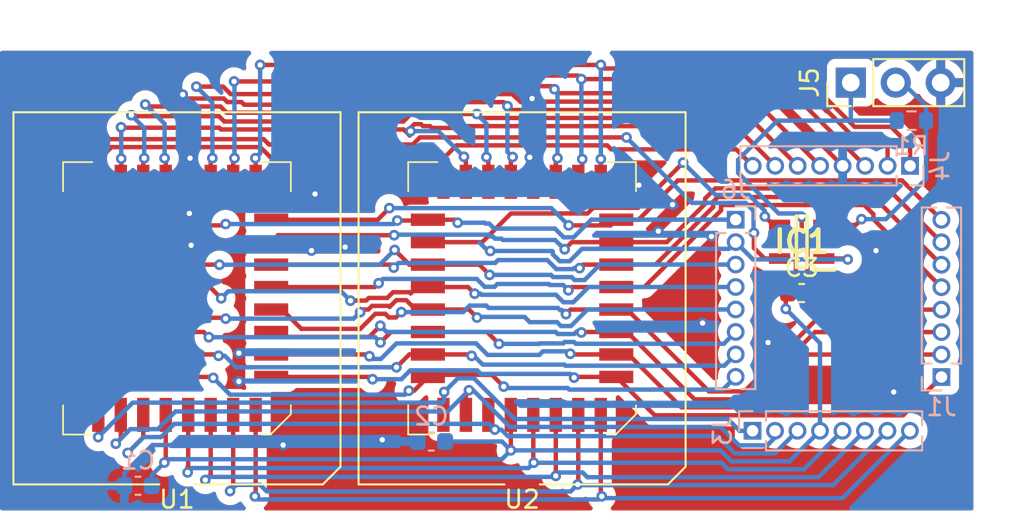
<source format=kicad_pcb>
(kicad_pcb (version 20240108) (generator "pcbnew") (generator_version "8.0")
  (layers (0 "F.Cu" signal) (31 "B.Cu" signal) (34 "B.Paste" user) (35 "F.Paste" user) (36 "B.SilkS" user "B.Silkscreen") (37 "F.SilkS" user "F.Silkscreen") (38 "B.Mask" user) (39 "F.Mask" user) (44 "Edge.Cuts" user))
  (net 0 "")
  (net 1 "/P8")
  (net 2 "/P5")
  (net 3 "/P7")
  (net 4 "/P12")
  (net 5 "/P10")
  (net 6 "/P13")
  (net 7 "/P9")
  (net 8 "/P11")
  (net 9 "/P6")
  (net 10 "/P25")
  (net 11 "/P26")
  (net 12 "/P23")
  (net 13 "/P28")
  (net 14 "/P27")
  (net 15 "/P30")
  (net 16 "/P21")
  (net 17 "/P24")
  (net 18 "/P31")
  (net 19 "/P2")
  (net 20 "/P3")
  (net 21 "/P4")
  (net 22 "/P1")
  (net 23 "/P15")
  (net 24 "/P20")
  (net 25 "/P18")
  (net 26 "/P19")
  (net 27 "/P17")
  (net 28 "/P14")
  (net 29 "GND")
  (net 30 "VCC")
  (net 31 "CE2")
  (net 32 "/CE_SELECT_CONN")
  (net 33 "CE1")
  (net 34 "/~{CE}")
  (net 35 "/P29")
  (footprint "footprints:PLCC-32_SMD-Socket" (layer "F.Cu") (at 99.5 84 180)
    (property "Reference" "U2")
    (property "Value" "Am29F040")
  )
  (footprint "Capacitor_SMD:C_0603_1608Metric" (layer "F.Cu") (at 115.3 83.7)
    (property "Reference" "C3")
    (property "Value" "100nF")
  )
  (footprint "Connector_PinHeader_2.54mm:PinHeader_1x03_P2.54mm_Vertical" (layer "F.Cu") (at 118.075 71.8 90)
    (property "Reference" "J5")
    (property "Value" "Conn_01x03")
  )
  (footprint "footprints:SOT95P280X145-6N" (layer "F.Cu") (at 115.3 80.8 180)
    (property "Reference" "IC1")
    (property "Value" "SN74LVC1G19DBVRE4" (hide yes))
  )
  (footprint "footprints:PLCC-32_SMD-Socket" (layer "F.Cu") (at 80 84 180)
    (property "Reference" "U1")
    (property "Value" "Am29F040")
  )
  (footprint "Connector_PinHeader_1.27mm:PinHeader_1x08_P1.27mm_Vertical" (layer "B.Cu") (at 123.196 88.45)
    (property "Reference" "J1")
    (property "Value" "Conn_01x08")
  )
  (footprint "Connector_PinHeader_1.27mm:PinHeader_1x08_P1.27mm_Vertical" (layer "B.Cu") (at 121.423 76.507001 90)
    (property "Reference" "J4")
    (property "Value" "Conn_01x08")
  )
  (footprint "Connector_PinHeader_1.27mm:PinHeader_1x08_P1.27mm_Vertical" (layer "B.Cu") (at 112.523 91.493001 -90)
    (property "Reference" "J3")
    (property "Value" "Conn_01x08")
  )
  (footprint "Capacitor_SMD:C_0603_1608Metric" (layer "B.Cu") (at 77.8 94.6 180)
    (property "Reference" "C1")
    (property "Value" "100nF")
  )
  (footprint "Resistor_SMD:R_0603_1608Metric" (layer "B.Cu") (at 121.5 73.95)
    (property "Reference" "R1")
    (property "Value" "10K")
  )
  (footprint "Capacitor_SMD:C_0603_1608Metric" (layer "B.Cu") (at 94.375 92.1 180)
    (property "Reference" "C2")
    (property "Value" "100nF")
  )
  (footprint "Connector_PinHeader_1.27mm:PinHeader_1x08_P1.27mm_Vertical" (layer "B.Cu") (at 111.57 79.55 180)
    (property "Reference" "J6")
    (property "Value" "Conn_01x08")
  )
  (segment (start 91.211943 84.875419) (end 91.771133 84.875419) (width 0.25) (layer "F.Cu") (net 1))
  (segment (start 87.025 85.725) (end 90.362362 85.725) (width 0.25) (layer "F.Cu") (net 1))
  (segment (start 112.062208 89.265) (end 110.065 89.265) (width 0.25) (layer "F.Cu") (net 1))
  (segment (start 102.240432 84.635) (end 101.980098 84.895334) (width 0.25) (layer "F.Cu") (net 1))
  (segment (start 91.771133 84.875419) (end 91.980089 85.084375) (width 0.25) (layer "F.Cu") (net 1))
  (segment (start 91.980089 85.084375) (end 92.369834 85.084375) (width 0.25) (layer "F.Cu") (net 1))
  (segment (start 85.3225 84.635) (end 85.935 84.635) (width 0.25) (layer "F.Cu") (net 1))
  (segment (start 85.935 84.635) (end 87.025 85.725) (width 0.25) (layer "F.Cu") (net 1))
  (segment (start 104.8225 84.635) (end 102.240432 84.635) (width 0.25) (layer "F.Cu") (net 1))
  (segment (start 90.362362 85.725) (end 91.211943 84.875419) (width 0.25) (layer "F.Cu") (net 1))
  (segment (start 123.196 84.64) (end 116.687208 84.64) (width 0.25) (layer "F.Cu") (net 1))
  (segment (start 92.369834 85.084375) (end 92.674209 84.78) (width 0.25) (layer "F.Cu") (net 1))
  (segment (start 105.435 84.635) (end 104.8225 84.635) (width 0.25) (layer "F.Cu") (net 1))
  (segment (start 116.687208 84.64) (end 112.062208 89.265) (width 0.25) (layer "F.Cu") (net 1))
  (segment (start 110.065 89.265) (end 105.435 84.635) (width 0.25) (layer "F.Cu") (net 1))
  (via (at 92.674209 84.78) (size 0.6) (drill 0.3) (layers "F.Cu" "B.Cu") (net 1))
  (via (at 101.980098 84.895334) (size 0.6) (drill 0.3) (layers "F.Cu" "B.Cu") (net 1))
  (segment (start 97.475074 84.411314) (end 97.609165 84.545405) (width 0.25) (layer "B.Cu") (net 1))
  (segment (start 97.609165 84.545405) (end 101.525877 84.545405) (width 0.25) (layer "B.Cu") (net 1))
  (segment (start 96.170352 84.78) (end 96.539038 84.411314) (width 0.25) (layer "B.Cu") (net 1))
  (segment (start 101.650806 84.670334) (end 101.755098 84.670334) (width 0.25) (layer "B.Cu") (net 1))
  (segment (start 96.539038 84.411314) (end 97.475074 84.411314) (width 0.25) (layer "B.Cu") (net 1))
  (segment (start 101.525877 84.545405) (end 101.650806 84.670334) (width 0.25) (layer "B.Cu") (net 1))
  (segment (start 92.674209 84.78) (end 96.170352 84.78) (width 0.25) (layer "B.Cu") (net 1))
  (segment (start 101.755098 84.670334) (end 101.980098 84.895334) (width 0.25) (layer "B.Cu") (net 1))
  (segment (start 102.481704 88.445) (end 102.440837 88.485867) (width 0.25) (layer "F.Cu") (net 2))
  (segment (start 90.92 88.445) (end 91.05 88.575) (width 0.25) (layer "F.Cu") (net 2))
  (segment (start 121.031 90.615) (end 106.9925 90.615) (width 0.25) (layer "F.Cu") (net 2))
  (segment (start 123.196 88.45) (end 121.031 90.615) (width 0.25) (layer "F.Cu") (net 2))
  (segment (start 104.8225 88.445) (end 102.481704 88.445) (width 0.25) (layer "F.Cu") (net 2))
  (segment (start 85.3225 88.445) (end 90.92 88.445) (width 0.25) (layer "F.Cu") (net 2))
  (segment (start 106.9925 90.615) (end 104.8225 88.445) (width 0.25) (layer "F.Cu") (net 2))
  (via (at 102.440837 88.485867) (size 0.6) (drill 0.3) (layers "F.Cu" "B.Cu") (net 2))
  (via (at 91.05 88.575) (size 0.6) (drill 0.3) (layers "F.Cu" "B.Cu") (net 2))
  (segment (start 102.22997 88.275) (end 102.440837 88.485867) (width 0.25) (layer "B.Cu") (net 2))
  (segment (start 97.165991 88.275) (end 102.22997 88.275) (width 0.25) (layer "B.Cu") (net 2))
  (segment (start 93.179595 88.075) (end 96.965991 88.075) (width 0.25) (layer "B.Cu") (net 2))
  (segment (start 91.05 88.575) (end 92.679595 88.575) (width 0.25) (layer "B.Cu") (net 2))
  (segment (start 92.679595 88.575) (end 93.179595 88.075) (width 0.25) (layer "B.Cu") (net 2))
  (segment (start 96.965991 88.075) (end 97.165991 88.275) (width 0.25) (layer "B.Cu") (net 2))
  (segment (start 91.218667 85.82329) (end 91.491538 85.550419) (width 0.25) (layer "F.Cu") (net 3))
  (segment (start 116.053604 85.91) (end 112.248604 89.715) (width 0.25) (layer "F.Cu") (net 3))
  (segment (start 85.598216 86.180716) (end 90.861242 86.180716) (width 0.25) (layer "F.Cu") (net 3))
  (segment (start 109.245 89.715) (end 105.435 85.905) (width 0.25) (layer "F.Cu") (net 3))
  (segment (start 105.435 85.905) (end 104.8225 85.905) (width 0.25) (layer "F.Cu") (net 3))
  (segment (start 104.8225 85.905) (end 102.879623 85.905) (width 0.25) (layer "F.Cu") (net 3))
  (segment (start 85.3225 85.905) (end 85.598216 86.180716) (width 0.25) (layer "F.Cu") (net 3))
  (segment (start 123.196 85.91) (end 116.053604 85.91) (width 0.25) (layer "F.Cu") (net 3))
  (segment (start 91.218667 85.823291) (end 91.218667 85.82329) (width 0.25) (layer "F.Cu") (net 3))
  (segment (start 90.861242 86.180716) (end 91.218667 85.823291) (width 0.25) (layer "F.Cu") (net 3))
  (segment (start 112.248604 89.715) (end 109.245 89.715) (width 0.25) (layer "F.Cu") (net 3))
  (segment (start 102.879623 85.905) (end 102.852594 85.932029) (width 0.25) (layer "F.Cu") (net 3))
  (via (at 91.491538 85.550419) (size 0.6) (drill 0.3) (layers "F.Cu" "B.Cu") (net 3))
  (via (at 102.852594 85.932029) (size 0.6) (drill 0.3) (layers "F.Cu" "B.Cu") (net 3))
  (segment (start 91.491538 85.550419) (end 91.841119 85.9) (width 0.25) (layer "B.Cu") (net 3))
  (segment (start 102.795565 85.875) (end 102.852594 85.932029) (width 0.25) (layer "B.Cu") (net 3))
  (segment (start 102.591423 85.875) (end 102.795565 85.875) (width 0.25) (layer "B.Cu") (net 3))
  (segment (start 101.393773 85.9) (end 101.514107 86.020334) (width 0.25) (layer "B.Cu") (net 3))
  (segment (start 101.514107 86.020334) (end 102.446089 86.020334) (width 0.25) (layer "B.Cu") (net 3))
  (segment (start 91.841119 85.9) (end 101.393773 85.9) (width 0.25) (layer "B.Cu") (net 3))
  (segment (start 102.446089 86.020334) (end 102.591423 85.875) (width 0.25) (layer "B.Cu") (net 3))
  (segment (start 104.8225 79.555) (end 104.5025 79.875) (width 0.25) (layer "F.Cu") (net 4))
  (segment (start 106.081396 79.555) (end 104.8225 79.555) (width 0.25) (layer "F.Cu") (net 4))
  (segment (start 120.968001 77.332001) (end 108.304395 77.332001) (width 0.25) (layer "F.Cu") (net 4))
  (segment (start 108.304395 77.332001) (end 106.081396 79.555) (width 0.25) (layer "F.Cu") (net 4))
  (segment (start 91.345 79.555) (end 92 78.9) (width 0.25) (layer "F.Cu") (net 4))
  (segment (start 104.5025 79.875) (end 102.131028 79.875) (width 0.25) (layer "F.Cu") (net 4))
  (segment (start 85.3225 79.555) (end 91.345 79.555) (width 0.25) (layer "F.Cu") (net 4))
  (segment (start 123.196 79.56) (end 120.968001 77.332001) (width 0.25) (layer "F.Cu") (net 4))
  (via (at 102.131028 79.875) (size 0.6) (drill 0.3) (layers "F.Cu" "B.Cu") (net 4))
  (via (at 92 78.9) (size 0.6) (drill 0.3) (layers "F.Cu" "B.Cu") (net 4))
  (segment (start 101.156028 78.9) (end 102.131028 79.875) (width 0.25) (layer "B.Cu") (net 4))
  (segment (start 92 78.9) (end 101.156028 78.9) (width 0.25) (layer "B.Cu") (net 4))
  (segment (start 110.295 78.841396) (end 107.041396 82.095) (width 0.25) (layer "F.Cu") (net 5))
  (segment (start 107.041396 82.095) (end 104.8225 82.095) (width 0.25) (layer "F.Cu") (net 5))
  (segment (start 123.196 82.1) (end 119.371 78.275) (width 0.25) (layer "F.Cu") (net 5))
  (segment (start 110.295 78.538604) (end 110.295 78.841396) (width 0.25) (layer "F.Cu") (net 5))
  (segment (start 110.558604 78.275) (end 110.295 78.538604) (width 0.25) (layer "F.Cu") (net 5))
  (segment (start 104.8225 82.095) (end 102.946914 82.095) (width 0.25) (layer "F.Cu") (net 5))
  (segment (start 119.371 78.275) (end 110.558604 78.275) (width 0.25) (layer "F.Cu") (net 5))
  (segment (start 92.081383 82.095) (end 92.250095 82.263712) (width 0.25) (layer "F.Cu") (net 5))
  (segment (start 102.946914 82.095) (end 102.747859 82.294055) (width 0.25) (layer "F.Cu") (net 5))
  (segment (start 85.3225 82.095) (end 92.081383 82.095) (width 0.25) (layer "F.Cu") (net 5))
  (via (at 92.250095 82.263712) (size 0.6) (drill 0.3) (layers "F.Cu" "B.Cu") (net 5))
  (via (at 102.747859 82.294055) (size 0.6) (drill 0.3) (layers "F.Cu" "B.Cu") (net 5))
  (segment (start 92.516457 81.99735) (end 97.98167 81.99735) (width 0.25) (layer "B.Cu") (net 5))
  (segment (start 102.373714 82.35) (end 102.429659 82.294055) (width 0.25) (layer "B.Cu") (net 5))
  (segment (start 92.250095 82.263712) (end 92.516457 81.99735) (width 0.25) (layer "B.Cu") (net 5))
  (segment (start 102.429659 82.294055) (end 102.747859 82.294055) (width 0.25) (layer "B.Cu") (net 5))
  (segment (start 100.930199 81.838467) (end 101.441732 82.35) (width 0.25) (layer "B.Cu") (net 5))
  (segment (start 97.98167 81.99735) (end 98.140553 81.838467) (width 0.25) (layer "B.Cu") (net 5))
  (segment (start 101.441732 82.35) (end 102.373714 82.35) (width 0.25) (layer "B.Cu") (net 5))
  (segment (start 98.140553 81.838467) (end 100.930199 81.838467) (width 0.25) (layer "B.Cu") (net 5))
  (segment (start 84.7 70.8) (end 103.95 70.8) (width 0.25) (layer "F.Cu") (net 6))
  (segment (start 120.35 74.3) (end 118.286396 74.3) (width 0.25) (layer "F.Cu") (net 6))
  (segment (start 121.423 75.373) (end 120.35 74.3) (width 0.25) (layer "F.Cu") (net 6))
  (segment (start 121.423 76.507001) (end 121.423 75.373) (width 0.25) (layer "F.Cu") (net 6))
  (segment (start 84.445 77.4075) (end 84.445 76.090536) (width 0.25) (layer "F.Cu") (net 6))
  (segment (start 114.986396 71) (end 104.15 71) (width 0.25) (layer "F.Cu") (net 6))
  (segment (start 103.945 77.4075) (end 103.945 76.13) (width 0.25) (layer "F.Cu") (net 6))
  (segment (start 103.945 76.13) (end 103.95 76.125) (width 0.25) (layer "F.Cu") (net 6))
  (segment (start 84.445 76.090536) (end 84.429464 76.075) (width 0.25) (layer "F.Cu") (net 6))
  (segment (start 118.286396 74.3) (end 114.986396 71) (width 0.25) (layer "F.Cu") (net 6))
  (segment (start 84.7 70.625) (end 84.7 70.8) (width 0.25) (layer "F.Cu") (net 6))
  (segment (start 104.15 71) (end 103.95 70.8) (width 0.25) (layer "F.Cu") (net 6))
  (via (at 103.95 70.8) (size 0.6) (drill 0.3) (layers "F.Cu" "B.Cu") (net 6))
  (via (at 84.429464 76.075) (size 0.6) (drill 0.3) (layers "F.Cu" "B.Cu") (net 6))
  (via (at 84.7 70.8) (size 0.6) (drill 0.3) (layers "F.Cu" "B.Cu") (net 6))
  (via (at 103.95 76.125) (size 0.6) (drill 0.3) (layers "F.Cu" "B.Cu") (net 6))
  (segment (start 84.7 70.8) (end 84.7 75.804464) (width 0.25) (layer "B.Cu") (net 6))
  (segment (start 84.7 75.804464) (end 84.429464 76.075) (width 0.25) (layer "B.Cu") (net 6))
  (segment (start 103.95 70.8) (end 103.95 76.125) (width 0.25) (layer "B.Cu") (net 6))
  (segment (start 106.407792 83.365) (end 104.8225 83.365) (width 0.25) (layer "F.Cu") (net 7))
  (segment (start 91.175813 83.365) (end 91.394365 83.146448) (width 0.25) (layer "F.Cu") (net 7))
  (segment (start 119.352548 79.526548) (end 119.352548 79.243357) (width 0.25) (layer "F.Cu") (net 7))
  (segment (start 110.745 79.027792) (end 106.407792 83.365) (width 0.25) (layer "F.Cu") (net 7))
  (segment (start 104.8225 83.365) (end 102.297131 83.365) (width 0.25) (layer "F.Cu") (net 7))
  (segment (start 110.745 78.725) (end 110.745 79.027792) (width 0.25) (layer "F.Cu") (net 7))
  (segment (start 119.352548 79.243357) (end 118.834191 78.725) (width 0.25) (layer "F.Cu") (net 7))
  (segment (start 118.834191 78.725) (end 110.745 78.725) (width 0.25) (layer "F.Cu") (net 7))
  (segment (start 123.196 83.37) (end 119.352548 79.526548) (width 0.25) (layer "F.Cu") (net 7))
  (segment (start 85.3225 83.365) (end 91.175813 83.365) (width 0.25) (layer "F.Cu") (net 7))
  (segment (start 102.297131 83.365) (end 102.116797 83.545334) (width 0.25) (layer "F.Cu") (net 7))
  (via (at 102.116797 83.545334) (size 0.6) (drill 0.3) (layers "F.Cu" "B.Cu") (net 7))
  (via (at 91.394365 83.146448) (size 0.6) (drill 0.3) (layers "F.Cu" "B.Cu") (net 7))
  (segment (start 97.943455 83.34735) (end 98.102338 83.188467) (width 0.25) (layer "B.Cu") (net 7))
  (segment (start 96.936915 82.9) (end 97.384265 83.34735) (width 0.25) (layer "B.Cu") (net 7))
  (segment (start 101.007407 83.188467) (end 101.06894 83.25) (width 0.25) (layer "B.Cu") (net 7))
  (segment (start 91.394365 83.146448) (end 91.640813 82.9) (width 0.25) (layer "B.Cu") (net 7))
  (segment (start 91.640813 82.9) (end 96.936915 82.9) (width 0.25) (layer "B.Cu") (net 7))
  (segment (start 98.102338 83.188467) (end 101.007407 83.188467) (width 0.25) (layer "B.Cu") (net 7))
  (segment (start 101.821463 83.25) (end 102.116797 83.545334) (width 0.25) (layer "B.Cu") (net 7))
  (segment (start 101.06894 83.25) (end 101.821463 83.25) (width 0.25) (layer "B.Cu") (net 7))
  (segment (start 97.384265 83.34735) (end 97.943455 83.34735) (width 0.25) (layer "B.Cu") (net 7))
  (segment (start 102.307723 80.825) (end 101.907723 81.225) (width 0.25) (layer "F.Cu") (net 8))
  (segment (start 104.8225 80.825) (end 102.307723 80.825) (width 0.25) (layer "F.Cu") (net 8))
  (segment (start 109.845 78.352208) (end 109.845 78.655) (width 0.25) (layer "F.Cu") (net 8))
  (segment (start 110.415207 77.782001) (end 109.845 78.352208) (width 0.25) (layer "F.Cu") (net 8))
  (segment (start 85.3225 80.825) (end 85.716728 80.430772) (width 0.25) (layer "F.Cu") (net 8))
  (segment (start 120.148001 77.782001) (end 110.415207 77.782001) (width 0.25) (layer "F.Cu") (net 8))
  (segment (start 107.675 80.825) (end 104.8225 80.825) (width 0.25) (layer "F.Cu") (net 8))
  (segment (start 109.845 78.655) (end 107.675 80.825) (width 0.25) (layer "F.Cu") (net 8))
  (segment (start 123.196 80.83) (end 120.148001 77.782001) (width 0.25) (layer "F.Cu") (net 8))
  (segment (start 85.716728 80.430772) (end 92.270219 80.430772) (width 0.25) (layer "F.Cu") (net 8))
  (via (at 101.907723 81.225) (size 0.6) (drill 0.3) (layers "F.Cu" "B.Cu") (net 8))
  (via (at 92.270219 80.430772) (size 0.6) (drill 0.3) (layers "F.Cu" "B.Cu") (net 8))
  (segment (start 98.343801 80.626056) (end 98.417745 80.7) (width 0.25) (layer "B.Cu") (net 8))
  (segment (start 101.665037 81) (end 101.682723 81) (width 0.25) (layer "B.Cu") (net 8))
  (segment (start 97.971972 80.626056) (end 98.343801 80.626056) (width 0.25) (layer "B.Cu") (net 8))
  (segment (start 92.270219 80.430772) (end 92.300991 80.4) (width 0.25) (layer "B.Cu") (net 8))
  (segment (start 97.629206 80.4) (end 97.735843 80.506637) (width 0.25) (layer "B.Cu") (net 8))
  (segment (start 97.852553 80.506637) (end 97.971972 80.626056) (width 0.25) (layer "B.Cu") (net 8))
  (segment (start 101.682723 81) (end 101.907723 81.225) (width 0.25) (layer "B.Cu") (net 8))
  (segment (start 101.365037 80.7) (end 101.665037 81) (width 0.25) (layer "B.Cu") (net 8))
  (segment (start 97.735843 80.506637) (end 97.852553 80.506637) (width 0.25) (layer "B.Cu") (net 8))
  (segment (start 92.300991 80.4) (end 97.629206 80.4) (width 0.25) (layer "B.Cu") (net 8))
  (segment (start 98.417745 80.7) (end 101.365037 80.7) (width 0.25) (layer "B.Cu") (net 8))
  (segment (start 123.196 87.18) (end 115.42 87.18) (width 0.25) (layer "F.Cu") (net 9))
  (segment (start 108.505 90.165) (end 105.515 87.175) (width 0.25) (layer "F.Cu") (net 9))
  (segment (start 115.42 87.18) (end 112.435 90.165) (width 0.25) (layer "F.Cu") (net 9))
  (segment (start 105.515 87.175) (end 104.8225 87.175) (width 0.25) (layer "F.Cu") (net 9))
  (segment (start 90.774423 87.175) (end 90.874423 87.275) (width 0.25) (layer "F.Cu") (net 9))
  (segment (start 112.435 90.165) (end 108.505 90.165) (width 0.25) (layer "F.Cu") (net 9))
  (segment (start 85.3225 87.175) (end 90.774423 87.175) (width 0.25) (layer "F.Cu") (net 9))
  (segment (start 102.265068 87.175) (end 102.225935 87.135867) (width 0.25) (layer "F.Cu") (net 9))
  (segment (start 104.8225 87.175) (end 102.265068 87.175) (width 0.25) (layer "F.Cu") (net 9))
  (via (at 102.225935 87.135867) (size 0.6) (drill 0.3) (layers "F.Cu" "B.Cu") (net 9))
  (via (at 90.874423 87.275) (size 0.6) (drill 0.3) (layers "F.Cu" "B.Cu") (net 9))
  (segment (start 90.874423 87.275) (end 91.024423 87.425) (width 0.25) (layer "B.Cu") (net 9))
  (segment (start 96.9 86.55) (end 97.55 87.2) (width 0.25) (layer "B.Cu") (net 9))
  (segment (start 92.4 86.55) (end 96.9 86.55) (width 0.25) (layer "B.Cu") (net 9))
  (segment (start 100.677208 87) (end 102.090068 87) (width 0.25) (layer "B.Cu") (net 9))
  (segment (start 97.55 87.2) (end 100.477208 87.2) (width 0.25) (layer "B.Cu") (net 9))
  (segment (start 91.024423 87.425) (end 91.525 87.425) (width 0.25) (layer "B.Cu") (net 9))
  (segment (start 91.525 87.425) (end 92.4 86.55) (width 0.25) (layer "B.Cu") (net 9))
  (segment (start 102.090068 87) (end 102.225935 87.135867) (width 0.25) (layer "B.Cu") (net 9))
  (segment (start 100.477208 87.2) (end 100.677208 87) (width 0.25) (layer "B.Cu") (net 9))
  (segment (start 96.502884 84.635) (end 96.954198 85.086314) (width 0.25) (layer "F.Cu") (net 10))
  (segment (start 92.953804 84.105) (end 92.394614 84.105) (width 0.25) (layer "F.Cu") (net 10))
  (segment (start 82.7 85.1) (end 82.75 85.15) (width 0.25) (layer "F.Cu") (net 10))
  (segment (start 92.015862 84.483752) (end 91.957529 84.425419) (width 0.25) (layer "F.Cu") (net 10))
  (segment (start 91.957529 84.425419) (end 91.025547 84.425419) (width 0.25) (layer "F.Cu") (net 10))
  (segment (start 81.15 85.1) (end 82.7 85.1) (width 0.25) (layer "F.Cu") (net 10))
  (segment (start 94.176875 84.634375) (end 93.349209 84.634375) (width 0.25) (layer "F.Cu") (net 10))
  (segment (start 90.816591 84.634375) (end 90.498391 84.634375) (width 0.25) (layer "F.Cu") (net 10))
  (segment (start 93.349209 84.500405) (end 92.953804 84.105) (width 0.25) (layer "F.Cu") (net 10))
  (segment (start 90.498391 84.634375) (end 90.349575 84.783191) (width 0.25) (layer "F.Cu") (net 10))
  (segment (start 80.685 84.635) (end 81.15 85.1) (width 0.25) (layer "F.Cu") (net 10))
  (segment (start 94.1775 84.635) (end 96.502884 84.635) (width 0.25) (layer "F.Cu") (net 10))
  (segment (start 94.1775 84.635) (end 94.176875 84.634375) (width 0.25) (layer "F.Cu") (net 10))
  (segment (start 74.6775 84.635) (end 80.685 84.635) (width 0.25) (layer "F.Cu") (net 10))
  (segment (start 91.025547 84.425419) (end 90.816591 84.634375) (width 0.25) (layer "F.Cu") (net 10))
  (segment (start 92.394614 84.105) (end 92.015862 84.483752) (width 0.25) (layer "F.Cu") (net 10))
  (segment (start 93.349209 84.634375) (end 93.349209 84.500405) (width 0.25) (layer "F.Cu") (net 10))
  (via (at 82.75 85.15) (size 0.6) (drill 0.3) (layers "F.Cu" "B.Cu") (net 10))
  (via (at 96.954198 85.086314) (size 0.6) (drill 0.3) (layers "F.Cu" "B.Cu") (net 10))
  (via (at 90.349575 84.783191) (size 0.6) (drill 0.3) (layers "F.Cu" "B.Cu") (net 10))
  (segment (start 96.990512 85.05) (end 96.954198 85.086314) (width 0.25) (layer "B.Cu") (net 10))
  (segment (start 101.700503 85.570334) (end 101.480169 85.35) (width 0.25) (layer "B.Cu") (net 10))
  (segment (start 102.259693 85.570334) (end 101.700503 85.570334) (width 0.25) (layer "B.Cu") (net 10))
  (segment (start 103.200027 84.63) (end 102.259693 85.570334) (width 0.25) (layer "B.Cu") (net 10))
  (segment (start 99.636396 85.05) (end 96.990512 85.05) (width 0.25) (layer "B.Cu") (net 10))
  (segment (start 89.982766 85.15) (end 90.349575 84.783191) (width 0.25) (layer "B.Cu") (net 10))
  (segment (start 99.936396 85.35) (end 99.636396 85.05) (width 0.25) (layer "B.Cu") (net 10))
  (segment (start 111.57 84.63) (end 103.200027 84.63) (width 0.25) (layer "B.Cu") (net 10))
  (segment (start 82.75 85.15) (end 89.982766 85.15) (width 0.25) (layer "B.Cu") (net 10))
  (segment (start 101.480169 85.35) (end 99.936396 85.35) (width 0.25) (layer "B.Cu") (net 10))
  (segment (start 92.091553 85.905) (end 91.498262 86.498291) (width 0.25) (layer "F.Cu") (net 11))
  (segment (start 97.525278 85.905) (end 98.195278 86.575) (width 0.25) (layer "F.Cu") (net 11))
  (segment (start 74.6775 85.905) (end 81.505 85.905) (width 0.25) (layer "F.Cu") (net 11))
  (segment (start 94.1775 85.905) (end 97.525278 85.905) (width 0.25) (layer "F.Cu") (net 11))
  (segment (start 94.1775 85.905) (end 92.091553 85.905) (width 0.25) (layer "F.Cu") (net 11))
  (segment (start 81.505 85.905) (end 81.8 86.2) (width 0.25) (layer "F.Cu") (net 11))
  (via (at 91.498262 86.498291) (size 0.6) (drill 0.3) (layers "F.Cu" "B.Cu") (net 11))
  (via (at 81.8 86.2) (size 0.6) (drill 0.3) (layers "F.Cu" "B.Cu") (net 11))
  (via (at 98.195278 86.575) (size 0.6) (drill 0.3) (layers "F.Cu" "B.Cu") (net 11))
  (segment (start 111.57 85.9) (end 110.900569 86.569431) (width 0.25) (layer "B.Cu") (net 11))
  (segment (start 91.199971 86.2) (end 91.498262 86.498291) (width 0.25) (layer "B.Cu") (net 11))
  (segment (start 100.490812 86.55) (end 100.465812 86.575) (width 0.25) (layer "B.Cu") (net 11))
  (segment (start 101.820405 86.55) (end 100.490812 86.55) (width 0.25) (layer "B.Cu") (net 11))
  (segment (start 101.900071 86.470334) (end 101.820405 86.55) (width 0.25) (layer "B.Cu") (net 11))
  (segment (start 102.436304 86.470334) (end 101.900071 86.470334) (width 0.25) (layer "B.Cu") (net 11))
  (segment (start 100.465812 86.575) (end 98.195278 86.575) (width 0.25) (layer "B.Cu") (net 11))
  (segment (start 81.8 86.2) (end 91.199971 86.2) (width 0.25) (layer "B.Cu") (net 11))
  (segment (start 110.900569 86.569431) (end 102.535401 86.569431) (width 0.25) (layer "B.Cu") (net 11))
  (segment (start 102.535401 86.569431) (end 102.436304 86.470334) (width 0.25) (layer "B.Cu") (net 11))
  (segment (start 94.1775 82.095) (end 97.08651 82.095) (width 0.25) (layer "F.Cu") (net 12))
  (segment (start 94.1775 82.095) (end 93.1295 82.095) (width 0.25) (layer "F.Cu") (net 12))
  (segment (start 93.1295 82.095) (end 92.296856 81.262356) (width 0.25) (layer "F.Cu") (net 12))
  (segment (start 97.08651 82.095) (end 97.66386 82.67235) (width 0.25) (layer "F.Cu") (net 12))
  (segment (start 74.6775 82.095) (end 82.395 82.095) (width 0.25) (layer "F.Cu") (net 12))
  (segment (start 82.395 82.095) (end 82.4 82.1) (width 0.25) (layer "F.Cu") (net 12))
  (via (at 82.4 82.1) (size 0.6) (drill 0.3) (layers "F.Cu" "B.Cu") (net 12))
  (via (at 92.296856 81.262356) (size 0.6) (drill 0.3) (layers "F.Cu" "B.Cu") (net 12))
  (via (at 97.66386 82.67235) (size 0.6) (drill 0.3) (layers "F.Cu" "B.Cu") (net 12))
  (segment (start 102.468264 82.969055) (end 102.299209 82.8) (width 0.25) (layer "B.Cu") (net 12))
  (segment (start 101.127686 82.67235) (end 97.66386 82.67235) (width 0.25) (layer "B.Cu") (net 12))
  (segment (start 103.906509 82.09) (end 103.027454 82.969055) (width 0.25) (layer "B.Cu") (net 12))
  (segment (start 82.4 82.1) (end 91.459212 82.1) (width 0.25) (layer "B.Cu") (net 12))
  (segment (start 103.027454 82.969055) (end 102.468264 82.969055) (width 0.25) (layer "B.Cu") (net 12))
  (segment (start 101.255336 82.8) (end 101.127686 82.67235) (width 0.25) (layer "B.Cu") (net 12))
  (segment (start 102.299209 82.8) (end 101.255336 82.8) (width 0.25) (layer "B.Cu") (net 12))
  (segment (start 91.459212 82.1) (end 92.296856 81.262356) (width 0.25) (layer "B.Cu") (net 12))
  (segment (start 111.57 82.09) (end 103.906509 82.09) (width 0.25) (layer "B.Cu") (net 12))
  (segment (start 81.995 88.445) (end 82.05 88.5) (width 0.25) (layer "F.Cu") (net 13))
  (segment (start 74.6775 88.445) (end 81.995 88.445) (width 0.25) (layer "F.Cu") (net 13))
  (segment (start 93.3975 89.225) (end 93.1 89.225) (width 0.25) (layer "F.Cu") (net 13))
  (segment (start 94.1775 88.445) (end 94.2975 88.325) (width 0.25) (layer "F.Cu") (net 13))
  (segment (start 97.793066 88.325) (end 98.461063 88.992997) (width 0.25) (layer "F.Cu") (net 13))
  (segment (start 94.2975 88.325) (end 97.793066 88.325) (width 0.25) (layer "F.Cu") (net 13))
  (segment (start 94.1775 88.445) (end 93.3975 89.225) (width 0.25) (layer "F.Cu") (net 13))
  (via (at 82.05 88.5) (size 0.6) (drill 0.3) (layers "F.Cu" "B.Cu") (net 13))
  (via (at 98.461063 88.992997) (size 0.6) (drill 0.3) (layers "F.Cu" "B.Cu") (net 13))
  (via (at 93.1 89.225) (size 0.6) (drill 0.3) (layers "F.Cu" "B.Cu") (net 13))
  (segment (start 92.875 89.45) (end 93.1 89.225) (width 0.25) (layer "B.Cu") (net 13))
  (segment (start 111.57 88.44) (end 110.849133 89.160867) (width 0.25) (layer "B.Cu") (net 13))
  (segment (start 110.849133 89.160867) (end 102.161242 89.160867) (width 0.25) (layer "B.Cu") (net 13))
  (segment (start 82.05 88.5) (end 83 89.45) (width 0.25) (layer "B.Cu") (net 13))
  (segment (start 102.075375 89.075) (end 98.543066 89.075) (width 0.25) (layer "B.Cu") (net 13))
  (segment (start 83 89.45) (end 92.875 89.45) (width 0.25) (layer "B.Cu") (net 13))
  (segment (start 98.543066 89.075) (end 98.461063 88.992997) (width 0.25) (layer "B.Cu") (net 13))
  (segment (start 102.161242 89.160867) (end 102.075375 89.075) (width 0.25) (layer "B.Cu") (net 13))
  (segment (start 96.570404 87.175) (end 96.647702 87.252298) (width 0.25) (layer "F.Cu") (net 14))
  (segment (start 92.4 87.9) (end 93.125 87.175) (width 0.25) (layer "F.Cu") (net 14))
  (segment (start 93.125 87.175) (end 94.1775 87.175) (width 0.25) (layer "F.Cu") (net 14))
  (segment (start 94.1775 87.175) (end 96.570404 87.175) (width 0.25) (layer "F.Cu") (net 14))
  (segment (start 74.6775 87.175) (end 82.275 87.175) (width 0.25) (layer "F.Cu") (net 14))
  (segment (start 82.275 87.175) (end 82.35 87.25) (width 0.25) (layer "F.Cu") (net 14))
  (via (at 96.647702 87.252298) (size 0.6) (drill 0.3) (layers "F.Cu" "B.Cu") (net 14))
  (via (at 82.35 87.25) (size 0.6) (drill 0.3) (layers "F.Cu" "B.Cu") (net 14))
  (via (at 92.4 87.9) (size 0.6) (drill 0.3) (layers "F.Cu" "B.Cu") (net 14))
  (segment (start 101.885473 87.75) (end 97.277387 87.75) (width 0.25) (layer "B.Cu") (net 14))
  (segment (start 83.35 87.9) (end 92 87.9) (width 0.25) (layer "B.Cu") (net 14))
  (segment (start 96.779685 87.252298) (end 96.647702 87.252298) (width 0.25) (layer "B.Cu") (net 14))
  (segment (start 101.94634 87.810867) (end 101.885473 87.75) (width 0.25) (layer "B.Cu") (net 14))
  (segment (start 110.929133 87.810867) (end 101.94634 87.810867) (width 0.25) (layer "B.Cu") (net 14))
  (segment (start 92 87.9) (end 92.4 87.9) (width 0.25) (layer "B.Cu") (net 14))
  (segment (start 82.7 87.25) (end 83.35 87.9) (width 0.25) (layer "B.Cu") (net 14))
  (segment (start 111.57 87.17) (end 110.929133 87.810867) (width 0.25) (layer "B.Cu") (net 14))
  (segment (start 82.35 87.25) (end 82.7 87.25) (width 0.25) (layer "B.Cu") (net 14))
  (segment (start 97.277387 87.75) (end 96.779685 87.252298) (width 0.25) (layer "B.Cu") (net 14))
  (segment (start 96.325 89.375) (end 96.5 89.2) (width 0.25) (layer "F.Cu") (net 15))
  (segment (start 76.825 90.5925) (end 76.825 91.939106) (width 0.25) (layer "F.Cu") (net 15))
  (segment (start 76.825 91.939106) (end 76.541504 92.222602) (width 0.25) (layer "F.Cu") (net 15))
  (segment (start 96.325 90.5925) (end 96.325 89.375) (width 0.25) (layer "F.Cu") (net 15))
  (via (at 76.541504 92.222602) (size 0.6) (drill 0.3) (layers "F.Cu" "B.Cu") (net 15))
  (via (at 96.5 89.2) (size 0.6) (drill 0.3) (layers "F.Cu" "B.Cu") (net 15))
  (segment (start 113.793 91.493001) (end 113.793 91.873001) (width 0.25) (layer "B.Cu") (net 15))
  (segment (start 79.913604 90.4) (end 78.913604 91.4) (width 0.25) (layer "B.Cu") (net 15))
  (segment (start 113.348 92.318001) (end 111.759188 92.318001) (width 0.25) (layer "B.Cu") (net 15))
  (segment (start 77.364106 91.4) (end 76.541504 92.222602) (width 0.25) (layer "B.Cu") (net 15))
  (segment (start 113.793 91.873001) (end 113.348 92.318001) (width 0.25) (layer "B.Cu") (net 15))
  (segment (start 78.913604 91.4) (end 77.364106 91.4) (width 0.25) (layer "B.Cu") (net 15))
  (segment (start 95.3 90.4) (end 79.913604 90.4) (width 0.25) (layer "B.Cu") (net 15))
  (segment (start 96.5 89.2) (end 95.3 90.4) (width 0.25) (layer "B.Cu") (net 15))
  (segment (start 96.737778 89.2) (end 96.5 89.2) (width 0.25) (layer "B.Cu") (net 15))
  (segment (start 111.759188 92.318001) (end 110.716187 91.275) (width 0.25) (layer "B.Cu") (net 15))
  (segment (start 110.716187 91.275) (end 98.812778 91.275) (width 0.25) (layer "B.Cu") (net 15))
  (segment (start 98.812778 91.275) (end 96.737778 89.2) (width 0.25) (layer "B.Cu") (net 15))
  (segment (start 94.1775 79.555) (end 95.691072 79.555) (width 0.25) (layer "F.Cu") (net 16))
  (segment (start 95.691072 79.555) (end 95.861072 79.725) (width 0.25) (layer "F.Cu") (net 16))
  (segment (start 74.6775 79.555) (end 74.9975 79.875) (width 0.25) (layer "F.Cu") (net 16))
  (segment (start 74.9975 79.875) (end 82.675 79.875) (width 0.25) (layer "F.Cu") (net 16))
  (segment (start 92.45 79.6) (end 94.1325 79.6) (width 0.25) (layer "F.Cu") (net 16))
  (segment (start 82.675 79.875) (end 82.75 79.8) (width 0.25) (layer "F.Cu") (net 16))
  (segment (start 94.1325 79.6) (end 94.1775 79.555) (width 0.25) (layer "F.Cu") (net 16))
  (via (at 95.861072 79.725) (size 0.6) (drill 0.3) (layers "F.Cu" "B.Cu") (net 16))
  (via (at 82.75 79.8) (size 0.6) (drill 0.3) (layers "F.Cu" "B.Cu") (net 16))
  (via (at 92.45 79.6) (size 0.6) (drill 0.3) (layers "F.Cu" "B.Cu") (net 16))
  (segment (start 101.851433 80.55) (end 101.35807 80.056637) (width 0.25) (layer "B.Cu") (net 16))
  (segment (start 97.440608 79.770728) (end 97.39488 79.725) (width 0.25) (layer "B.Cu") (net 16))
  (segment (start 103.410623 79.55) (end 102.410623 80.55) (width 0.25) (layer "B.Cu") (net 16))
  (segment (start 101.35807 80.056637) (end 97.922239 80.056637) (width 0.25) (layer "B.Cu") (net 16))
  (segment (start 92.25 79.8) (end 92.45 79.6) (width 0.25) (layer "B.Cu") (net 16))
  (segment (start 82.75 79.8) (end 92.25 79.8) (width 0.25) (layer "B.Cu") (net 16))
  (segment (start 111.57 79.55) (end 103.410623 79.55) (width 0.25) (layer "B.Cu") (net 16))
  (segment (start 102.410623 80.55) (end 101.851433 80.55) (width 0.25) (layer "B.Cu") (net 16))
  (segment (start 97.63633 79.770728) (end 97.440608 79.770728) (width 0.25) (layer "B.Cu") (net 16))
  (segment (start 97.922239 80.056637) (end 97.63633 79.770728) (width 0.25) (layer "B.Cu") (net 16))
  (segment (start 97.39488 79.725) (end 95.861072 79.725) (width 0.25) (layer "B.Cu") (net 16))
  (segment (start 93.2076 83.7224) (end 93.1402 83.655) (width 0.25) (layer "F.Cu") (net 17))
  (segment (start 91.887799 83.975419) (end 90.839151 83.975419) (width 0.25) (layer "F.Cu") (net 17))
  (segment (start 96.447319 83.365) (end 96.818633 83.736314) (width 0.25) (layer "F.Cu") (net 17))
  (segment (start 74.6775 83.365) (end 81.865 83.365) (width 0.25) (layer "F.Cu") (net 17))
  (segment (start 93.565 83.365) (end 93.2076 83.7224) (width 0.25) (layer "F.Cu") (net 17))
  (segment (start 92.208218 83.655) (end 91.887799 83.975419) (width 0.25) (layer "F.Cu") (net 17))
  (segment (start 90.839151 83.975419) (end 90.68957 84.125) (width 0.25) (layer "F.Cu") (net 17))
  (segment (start 90.68957 84.125) (end 89.810008 84.125) (width 0.25) (layer "F.Cu") (net 17))
  (segment (start 93.1402 83.655) (end 92.208218 83.655) (width 0.25) (layer "F.Cu") (net 17))
  (segment (start 89.810008 84.125) (end 89.80165 84.133358) (width 0.25) (layer "F.Cu") (net 17))
  (segment (start 94.1775 83.365) (end 93.565 83.365) (width 0.25) (layer "F.Cu") (net 17))
  (segment (start 94.1775 83.365) (end 96.447319 83.365) (width 0.25) (layer "F.Cu") (net 17))
  (segment (start 81.865 83.365) (end 82.5 84) (width 0.25) (layer "F.Cu") (net 17))
  (via (at 89.80165 84.133358) (size 0.6) (drill 0.3) (layers "F.Cu" "B.Cu") (net 17))
  (via (at 96.818633 83.736314) (size 0.6) (drill 0.3) (layers "F.Cu" "B.Cu") (net 17))
  (via (at 82.5 84) (size 0.6) (drill 0.3) (layers "F.Cu" "B.Cu") (net 17))
  (segment (start 97.136833 83.736314) (end 96.818633 83.736314) (width 0.25) (layer "B.Cu") (net 17))
  (segment (start 102.396392 84.220334) (end 101.837202 84.220334) (width 0.25) (layer "B.Cu") (net 17))
  (segment (start 97.197869 83.79735) (end 97.136833 83.736314) (width 0.25) (layer "B.Cu") (net 17))
  (segment (start 82.5 84) (end 82.9 83.6) (width 0.25) (layer "B.Cu") (net 17))
  (segment (start 89.268292 83.6) (end 89.80165 84.133358) (width 0.25) (layer "B.Cu") (net 17))
  (segment (start 103.256726 83.36) (end 102.396392 84.220334) (width 0.25) (layer "B.Cu") (net 17))
  (segment (start 101.837202 84.220334) (end 101.414218 83.79735) (width 0.25) (layer "B.Cu") (net 17))
  (segment (start 101.414218 83.79735) (end 97.197869 83.79735) (width 0.25) (layer "B.Cu") (net 17))
  (segment (start 111.57 83.36) (end 103.256726 83.36) (width 0.25) (layer "B.Cu") (net 17))
  (segment (start 82.9 83.6) (end 89.268292 83.6) (width 0.25) (layer "B.Cu") (net 17))
  (segment (start 78.095 91.862905) (end 77.208854 92.749051) (width 0.25) (layer "F.Cu") (net 18))
  (segment (start 78.095 90.5925) (end 78.095 91.862905) (width 0.25) (layer "F.Cu") (net 18))
  (segment (start 97.595 91.057878) (end 97.962122 91.425) (width 0.25) (layer "F.Cu") (net 18))
  (segment (start 97.595 90.5925) (end 97.595 91.057878) (width 0.25) (layer "F.Cu") (net 18))
  (via (at 77.208854 92.749051) (size 0.6) (drill 0.3) (layers "F.Cu" "B.Cu") (net 18))
  (via (at 97.962122 91.425) (size 0.6) (drill 0.3) (layers "F.Cu" "B.Cu") (net 18))
  (segment (start 97.962122 91.425) (end 97.637122 91.1) (width 0.25) (layer "B.Cu") (net 18))
  (segment (start 111.511604 92.768001) (end 110.537234 91.793631) (width 0.25) (layer "B.Cu") (net 18))
  (segment (start 113.788 92.768001) (end 111.511604 92.768001) (width 0.25) (layer "B.Cu") (net 18))
  (segment (start 115.063 91.493001) (end 113.788 92.768001) (width 0.25) (layer "B.Cu") (net 18))
  (segment (start 97.637122 91.1) (end 79.85 91.1) (width 0.25) (layer "B.Cu") (net 18))
  (segment (start 78.107905 91.85) (end 77.208854 92.749051) (width 0.25) (layer "B.Cu") (net 18))
  (segment (start 98.695013 91.793631) (end 98.326382 91.425) (width 0.25) (layer "B.Cu") (net 18))
  (segment (start 98.326382 91.425) (end 97.962122 91.425) (width 0.25) (layer "B.Cu") (net 18))
  (segment (start 110.537234 91.793631) (end 98.695013 91.793631) (width 0.25) (layer "B.Cu") (net 18))
  (segment (start 79.85 91.1) (end 79.1 91.85) (width 0.25) (layer "B.Cu") (net 18))
  (segment (start 79.1 91.85) (end 78.107905 91.85) (width 0.25) (layer "B.Cu") (net 18))
  (segment (start 101.405 90.5925) (end 101.405 94.044003) (width 0.25) (layer "F.Cu") (net 19))
  (segment (start 81.905 90.5925) (end 81.905 93.97) (width 0.25) (layer "F.Cu") (net 19))
  (segment (start 81.905 93.97) (end 81.6 94.275) (width 0.25) (layer "F.Cu") (net 19))
  (via (at 101.405 94.044003) (size 0.6) (drill 0.3) (layers "F.Cu" "B.Cu") (net 19))
  (via (at 81.6 94.275) (size 0.6) (drill 0.3) (layers "F.Cu" "B.Cu") (net 19))
  (segment (start 116.248 94.118001) (end 103.189185 94.118001) (width 0.25) (layer "B.Cu") (net 19))
  (segment (start 102.923517 93.852333) (end 101.59667 93.852333) (width 0.25) (layer "B.Cu") (net 19))
  (segment (start 101.349003 94.1) (end 81.775 94.1) (width 0.25) (layer "B.Cu") (net 19))
  (segment (start 101.405 94.044003) (end 101.349003 94.1) (width 0.25) (layer "B.Cu") (net 19))
  (segment (start 101.59667 93.852333) (end 101.405 94.044003) (width 0.25) (layer "B.Cu") (net 19))
  (segment (start 103.189185 94.118001) (end 102.923517 93.852333) (width 0.25) (layer "B.Cu") (net 19))
  (segment (start 118.873 91.493001) (end 116.248 94.118001) (width 0.25) (layer "B.Cu") (net 19))
  (segment (start 81.775 94.1) (end 81.6 94.275) (width 0.25) (layer "B.Cu") (net 19))
  (segment (start 102.675 90.5925) (end 102.675 94.496255) (width 0.25) (layer "F.Cu") (net 20))
  (segment (start 83 94.9) (end 83.175 94.725) (width 0.25) (layer "F.Cu") (net 20))
  (segment (start 102.675 94.496255) (end 102.643922 94.527333) (width 0.25) (layer "F.Cu") (net 20))
  (segment (start 83.175 94.725) (end 83.175 90.5925) (width 0.25) (layer "F.Cu") (net 20))
  (via (at 83 94.9) (size 0.6) (drill 0.3) (layers "F.Cu" "B.Cu") (net 20))
  (via (at 102.643922 94.527333) (size 0.6) (drill 0.3) (layers "F.Cu" "B.Cu") (net 20))
  (segment (start 83 94.9) (end 83.35 94.55) (width 0.25) (layer "B.Cu") (net 20))
  (segment (start 120.143 91.493001) (end 117.068001 94.568) (width 0.25) (layer "B.Cu") (net 20))
  (segment (start 102.684589 94.568) (end 102.643922 94.527333) (width 0.25) (layer "B.Cu") (net 20))
  (segment (start 85.079595 94.925) (end 102.246255 94.925) (width 0.25) (layer "B.Cu") (net 20))
  (segment (start 83.35 94.55) (end 84.704595 94.55) (width 0.25) (layer "B.Cu") (net 20))
  (segment (start 84.704595 94.55) (end 85.079595 94.925) (width 0.25) (layer "B.Cu") (net 20))
  (segment (start 117.068001 94.568) (end 102.684589 94.568) (width 0.25) (layer "B.Cu") (net 20))
  (segment (start 102.246255 94.925) (end 102.643922 94.527333) (width 0.25) (layer "B.Cu") (net 20))
  (segment (start 103.945 95.145) (end 103.945 90.5925) (width 0.25) (layer "F.Cu") (net 21))
  (segment (start 84.4 95.2) (end 84.445 95.155) (width 0.25) (layer "F.Cu") (net 21))
  (segment (start 84.445 95.155) (end 84.445 90.5925) (width 0.25) (layer "F.Cu") (net 21))
  (segment (start 104 95.2) (end 103.945 95.145) (width 0.25) (layer "F.Cu") (net 21))
  (via (at 104 95.2) (size 0.6) (drill 0.3) (layers "F.Cu" "B.Cu") (net 21))
  (via (at 84.4 95.2) (size 0.6) (drill 0.3) (layers "F.Cu" "B.Cu") (net 21))
  (segment (start 84.575 95.375) (end 84.4 95.2) (width 0.25) (layer "B.Cu") (net 21))
  (segment (start 104 95.2) (end 104.1 95.3) (width 0.25) (layer "B.Cu") (net 21))
  (segment (start 117.606001 95.3) (end 121.413 91.493001) (width 0.25) (layer "B.Cu") (net 21))
  (segment (start 103.825 95.375) (end 84.575 95.375) (width 0.25) (layer "B.Cu") (net 21))
  (segment (start 104.1 95.3) (end 117.606001 95.3) (width 0.25) (layer "B.Cu") (net 21))
  (segment (start 104 95.2) (end 103.825 95.375) (width 0.25) (layer "B.Cu") (net 21))
  (segment (start 80.6 93.85) (end 80.6 93.55) (width 0.25) (layer "F.Cu") (net 22))
  (segment (start 100.135 93.276297) (end 100.15871 93.300007) (width 0.25) (layer "F.Cu") (net 22))
  (segment (start 80.635 93.515) (end 80.635 90.5925) (width 0.25) (layer "F.Cu") (net 22))
  (segment (start 80.6 93.55) (end 80.635 93.515) (width 0.25) (layer "F.Cu") (net 22))
  (segment (start 100.135 90.5925) (end 100.135 93.276297) (width 0.25) (layer "F.Cu") (net 22))
  (via (at 80.6 93.85) (size 0.6) (drill 0.3) (layers "F.Cu" "B.Cu") (net 22))
  (via (at 100.15871 93.300007) (size 0.6) (drill 0.3) (layers "F.Cu" "B.Cu") (net 22))
  (segment (start 80.6 93.85) (end 80.85 93.6) (width 0.25) (layer "B.Cu") (net 22))
  (segment (start 99.858717 93.6) (end 100.15871 93.300007) (width 0.25) (layer "B.Cu") (net 22))
  (segment (start 100.158717 93.3) (end 100.15871 93.300007) (width 0.25) (layer "B.Cu") (net 22))
  (segment (start 110.770811 93.3) (end 100.158717 93.3) (width 0.25) (layer "B.Cu") (net 22))
  (segment (start 117.603 91.493001) (end 115.428 93.668001) (width 0.25) (layer "B.Cu") (net 22))
  (segment (start 80.85 93.6) (end 99.858717 93.6) (width 0.25) (layer "B.Cu") (net 22))
  (segment (start 111.138812 93.668001) (end 110.770811 93.3) (width 0.25) (layer "B.Cu") (net 22))
  (segment (start 115.428 93.668001) (end 111.138812 93.668001) (width 0.25) (layer "B.Cu") (net 22))
  (segment (start 101.405 76.17) (end 101.5 76.075) (width 0.25) (layer "F.Cu") (net 23))
  (segment (start 81.905 76.17) (end 82 76.075) (width 0.25) (layer "F.Cu") (net 23))
  (segment (start 101.554018 72.4) (end 101.329018 72.175) (width 0.25) (layer "F.Cu") (net 23))
  (segment (start 101.156167 72.002149) (end 92.879472 72.002149) (width 0.25) (layer "F.Cu") (net 23))
  (segment (start 101.329018 72.175) (end 101.156167 72.002149) (width 0.25) (layer "F.Cu") (net 23))
  (segment (start 92.431621 72.45) (end 83.03198 72.45) (width 0.25) (layer "F.Cu") (net 23))
  (segment (start 114.775999 72.4) (end 101.554018 72.4) (width 0.25) (layer "F.Cu") (net 23))
  (segment (start 81.905 77.4075) (end 81.905 76.17) (width 0.25) (layer "F.Cu") (net 23))
  (segment (start 101.405 77.4075) (end 101.405 76.17) (width 0.25) (layer "F.Cu") (net 23))
  (segment (start 118.883 76.507001) (end 114.775999 72.4) (width 0.25) (layer "F.Cu") (net 23))
  (segment (start 83.03198 72.45) (end 82.60698 72.025) (width 0.25) (layer "F.Cu") (net 23))
  (segment (start 82.60698 72.025) (end 81.093833 72.025) (width 0.25) (layer "F.Cu") (net 23))
  (segment (start 92.879472 72.002149) (end 92.431621 72.45) (width 0.25) (layer "F.Cu") (net 23))
  (via (at 101.329018 72.175) (size 0.6) (drill 0.3) (layers "F.Cu" "B.Cu") (net 23))
  (via (at 101.5 76.075) (size 0.6) (drill 0.3) (layers "F.Cu" "B.Cu") (net 23))
  (via (at 82 76.075) (size 0.6) (drill 0.3) (layers "F.Cu" "B.Cu") (net 23))
  (via (at 81.093833 72.025) (size 0.6) (drill 0.3) (layers "F.Cu" "B.Cu") (net 23))
  (segment (start 82 72.931167) (end 81.093833 72.025) (width 0.25) (layer "B.Cu") (net 23))
  (segment (start 101.329018 72.175) (end 101.5 72.345982) (width 0.25) (layer "B.Cu") (net 23))
  (segment (start 82 76.075) (end 82 72.931167) (width 0.25) (layer "B.Cu") (net 23))
  (segment (start 101.5 72.345982) (end 101.5 76.075) (width 0.25) (layer "B.Cu") (net 23))
  (segment (start 76.3 75.45) (end 75.555 76.195) (width 0.25) (layer "F.Cu") (net 24))
  (segment (start 111.600999 75.575) (end 104.538604 75.575) (width 0.25) (layer "F.Cu") (net 24))
  (segment (start 75.555 76.195) (end 75.555 77.4075) (width 0.25) (layer "F.Cu") (net 24))
  (segment (start 104.313604 75.35) (end 95.795405 75.35) (width 0.25) (layer "F.Cu") (net 24))
  (segment (start 104.538604 75.575) (end 104.313604 75.35) (width 0.25) (layer "F.Cu") (net 24))
  (segment (start 95.795405 75.35) (end 95.08929 76.056115) (width 0.25) (layer "F.Cu") (net 24))
  (segment (start 84.713604 75.45) (end 76.3 75.45) (width 0.25) (layer "F.Cu") (net 24))
  (segment (start 112.533 76.507001) (end 111.600999 75.575) (width 0.25) (layer "F.Cu") (net 24))
  (segment (start 95.08929 76.056115) (end 95.08929 76.13929) (width 0.25) (layer "F.Cu") (net 24))
  (segment (start 95.08929 76.13929) (end 95.055 76.17358) (width 0.25) (layer "F.Cu") (net 24))
  (segment (start 95.055 76.17358) (end 95.055 77.4075) (width 0.25) (layer "F.Cu") (net 24))
  (segment (start 85.402894 76.13929) (end 84.713604 75.45) (width 0.25) (layer "F.Cu") (net 24))
  (segment (start 95.08929 76.13929) (end 85.402894 76.13929) (width 0.25) (layer "F.Cu") (net 24))
  (segment (start 97.166188 73.8) (end 96.944712 73.578524) (width 0.25) (layer "F.Cu") (net 25))
  (segment (start 115.073 76.507001) (end 112.365999 73.8) (width 0.25) (layer "F.Cu") (net 25))
  (segment (start 78.095 77.4075) (end 78.095 76.13) (width 0.25) (layer "F.Cu") (net 25))
  (segment (start 96.944712 73.578524) (end 93.212285 73.578524) (width 0.25) (layer "F.Cu") (net 25))
  (segment (start 97.595 77.4075) (end 97.595 76.121696) (width 0.25) (layer "F.Cu") (net 25))
  (segment (start 77.480237 73.7) (end 77.421644 73.641407) (width 0.25) (layer "F.Cu") (net 25))
  (segment (start 82.672792 74) (end 82.372792 73.7) (width 0.25) (layer "F.Cu") (net 25))
  (segment (start 93.212285 73.578524) (end 92.790809 74) (width 0.25) (layer "F.Cu") (net 25))
  (segment (start 78.095 76.13) (end 78.15 76.075) (width 0.25) (layer "F.Cu") (net 25))
  (segment (start 92.790809 74) (end 82.672792 74) (width 0.25) (layer "F.Cu") (net 25))
  (segment (start 97.595 76.121696) (end 97.486166 76.012862) (width 0.25) (layer "F.Cu") (net 25))
  (segment (start 82.372792 73.7) (end 77.480237 73.7) (width 0.25) (layer "F.Cu") (net 25))
  (segment (start 112.365999 73.8) (end 97.166188 73.8) (width 0.25) (layer "F.Cu") (net 25))
  (via (at 77.421644 73.641407) (size 0.6) (drill 0.3) (layers "F.Cu" "B.Cu") (net 25))
  (via (at 78.15 76.075) (size 0.6) (drill 0.3) (layers "F.Cu" "B.Cu") (net 25))
  (via (at 97.486166 76.012862) (size 0.6) (drill 0.3) (layers "F.Cu" "B.Cu") (net 25))
  (via (at 96.944712 73.578524) (size 0.6) (drill 0.3) (layers "F.Cu" "B.Cu") (net 25))
  (segment (start 78.15 76.075) (end 78.15 74.369763) (width 0.25) (layer "B.Cu") (net 25))
  (segment (start 97.486166 74.119978) (end 96.944712 73.578524) (width 0.25) (layer "B.Cu") (net 25))
  (segment (start 78.15 74.369763) (end 77.421644 73.641407) (width 0.25) (layer "B.Cu") (net 25))
  (segment (start 97.486166 76.012862) (end 97.486166 74.119978) (width 0.25) (layer "B.Cu") (net 25))
  (segment (start 96.325 77.4075) (end 96.325 76.105214) (width 0.25) (layer "F.Cu") (net 26))
  (segment (start 113.803 76.507001) (end 111.559603 74.263604) (width 0.25) (layer "F.Cu") (net 26))
  (segment (start 95.9 74.263604) (end 95.8 74.363604) (width 0.25) (layer "F.Cu") (net 26))
  (segment (start 82.486396 74.45) (end 82.386396 74.35) (width 0.25) (layer "F.Cu") (net 26))
  (segment (start 93.15 74.413604) (end 93.15 74.786396) (width 0.25) (layer "F.Cu") (net 26))
  (segment (start 82.386396 74.35) (end 76.864031 74.35) (width 0.25) (layer "F.Cu") (net 26))
  (segment (start 95.8 74.363604) (end 94.4 74.363604) (width 0.25) (layer "F.Cu") (net 26))
  (segment (start 94.4 74.363604) (end 94.3 74.263604) (width 0.25) (layer "F.Cu") (net 26))
  (segment (start 93.15 74.786396) (end 92.813604 74.45) (width 0.25) (layer "F.Cu") (net 26))
  (segment (start 93.9 74.263604) (end 93.786396 74.15) (width 0.25) (layer "F.Cu") (net 26))
  (segment (start 93.786396 74.15) (end 93.413604 74.15) (width 0.25) (layer "F.Cu") (net 26))
  (segment (start 93.413604 74.15) (end 93.15 74.413604) (width 0.25) (layer "F.Cu") (net 26))
  (segment (start 93.15 74.786396) (end 93.200264 74.736132) (width 0.25) (layer "F.Cu") (net 26))
  (segment (start 76.85 77.3825) (end 76.825 77.4075) (width 0.25) (layer "F.Cu") (net 26))
  (segment (start 94.3 74.263604) (end 93.9 74.263604) (width 0.25) (layer "F.Cu") (net 26))
  (segment (start 76.864031 74.35) (end 76.839031 74.325) (width 0.25) (layer "F.Cu") (net 26))
  (segment (start 76.85 76.1) (end 76.85 77.3825) (width 0.25) (layer "F.Cu") (net 26))
  (segment (start 92.813604 74.45) (end 82.486396 74.45) (width 0.25) (layer "F.Cu") (net 26))
  (segment (start 111.559603 74.263604) (end 95.9 74.263604) (width 0.25) (layer "F.Cu") (net 26))
  (segment (start 93.200264 74.736132) (end 93.200264 74.54514) (width 0.25) (layer "F.Cu") (net 26))
  (segment (start 96.325 76.105214) (end 96.214867 75.995081) (width 0.25) (layer "F.Cu") (net 26))
  (via (at 93.200264 74.54514) (size 0.6) (drill 0.3) (layers "F.Cu" "B.Cu") (net 26))
  (via (at 76.85 76.1) (size 0.6) (drill 0.3) (layers "F.Cu" "B.Cu") (net 26))
  (via (at 96.214867 75.995081) (size 0.6) (drill 0.3) (layers "F.Cu" "B.Cu") (net 26))
  (via (at 76.839031 74.325) (size 0.6) (drill 0.3) (layers "F.Cu" "B.Cu") (net 26))
  (segment (start 76.85 76.1) (end 76.85 74.335969) (width 0.25) (layer "B.Cu") (net 26))
  (segment (start 96.214867 75.995081) (end 94.764926 74.54514) (width 0.25) (layer "B.Cu") (net 26))
  (segment (start 76.85 74.335969) (end 76.839031 74.325) (width 0.25) (layer "B.Cu") (net 26))
  (segment (start 94.764926 74.54514) (end 93.200264 74.54514) (width 0.25) (layer "B.Cu") (net 26))
  (segment (start 98.449757 72.903524) (end 93.250889 72.903524) (width 0.25) (layer "F.Cu") (net 27))
  (segment (start 98.865 77.4075) (end 98.865 76.107274) (width 0.25) (layer "F.Cu") (net 27))
  (segment (start 92.654413 73.5) (end 82.809188 73.5) (width 0.25) (layer "F.Cu") (net 27))
  (segment (start 98.896233 73.35) (end 98.673382 73.127149) (width 0.25) (layer "F.Cu") (net 27))
  (segment (start 82.809188 73.5) (end 82.459188 73.15) (width 0.25) (layer "F.Cu") (net 27))
  (segment (start 82.459188 73.15) (end 78.323604 73.15) (width 0.25) (layer "F.Cu") (net 27))
  (segment (start 116.343 76.507001) (end 113.185999 73.35) (width 0.25) (layer "F.Cu") (net 27))
  (segment (start 79.365 77.4075) (end 79.365 76.14) (width 0.25) (layer "F.Cu") (net 27))
  (segment (start 93.250889 72.903524) (end 92.654413 73.5) (width 0.25) (layer "F.Cu") (net 27))
  (segment (start 113.185999 73.35) (end 98.896233 73.35) (width 0.25) (layer "F.Cu") (net 27))
  (segment (start 78.323604 73.15) (end 78.209029 73.035425) (width 0.25) (layer "F.Cu") (net 27))
  (segment (start 98.673382 73.127149) (end 98.449757 72.903524) (width 0.25) (layer "F.Cu") (net 27))
  (segment (start 98.865 76.107274) (end 98.96405 76.008224) (width 0.25) (layer "F.Cu") (net 27))
  (segment (start 79.365 76.14) (end 79.3 76.075) (width 0.25) (layer "F.Cu") (net 27))
  (via (at 98.96405 76.008224) (size 0.6) (drill 0.3) (layers "F.Cu" "B.Cu") (net 27))
  (via (at 79.3 76.075) (size 0.6) (drill 0.3) (layers "F.Cu" "B.Cu") (net 27))
  (via (at 98.673382 73.127149) (size 0.6) (drill 0.3) (layers "F.Cu" "B.Cu") (net 27))
  (via (at 78.209029 73.035425) (size 0.6) (drill 0.3) (layers "F.Cu" "B.Cu") (net 27))
  (segment (start 79.3 74.126396) (end 78.209029 73.035425) (width 0.25) (layer "B.Cu") (net 27))
  (segment (start 98.96405 76.008224) (end 98.673382 75.717556) (width 0.25) (layer "B.Cu") (net 27))
  (segment (start 79.3 76.075) (end 79.3 74.126396) (width 0.25) (layer "B.Cu") (net 27))
  (segment (start 98.673382 75.717556) (end 98.673382 73.127149) (width 0.25) (layer "B.Cu") (net 27))
  (segment (start 102.9 77.1825) (end 102.9 76.125) (width 0.25) (layer "F.Cu") (net 28))
  (segment (start 120.153 75.153) (end 119.75 74.75) (width 0.25) (layer "F.Cu") (net 28))
  (segment (start 120.153 76.507001) (end 120.153 75.153) (width 0.25) (layer "F.Cu") (net 28))
  (segment (start 116.775 73.425) (end 116.713604 73.425) (width 0.25) (layer "F.Cu") (net 28))
  (segment (start 91.043587 71.733621) (end 83.228227 71.733621) (width 0.25) (layer "F.Cu") (net 28))
  (segment (start 119.75 74.75) (end 118.1 74.75) (width 0.25) (layer "F.Cu") (net 28))
  (segment (start 107.227208 71.6) (end 102.85 71.6) (width 0.25) (layer "F.Cu") (net 28))
  (segment (start 114.838604 71.55) (end 107.277208 71.55) (width 0.25) (layer "F.Cu") (net 28))
  (segment (start 102.65 71.4) (end 91.377208 71.4) (width 0.25) (layer "F.Cu") (net 28))
  (segment (start 116.713604 73.425) (end 114.838604 71.55) (width 0.25) (layer "F.Cu") (net 28))
  (segment (start 107.277208 71.55) (end 107.227208 71.6) (width 0.25) (layer "F.Cu") (net 28))
  (segment (start 118.1 74.75) (end 116.775 73.425) (width 0.25) (layer "F.Cu") (net 28))
  (segment (start 102.85 71.6) (end 102.65 71.4) (width 0.25) (layer "F.Cu") (net 28))
  (segment (start 83.175 76.15) (end 83.25 76.075) (width 0.25) (layer "F.Cu") (net 28))
  (segment (start 83.175 77.4075) (end 83.175 76.15) (width 0.25) (layer "F.Cu") (net 28))
  (segment (start 102.675 77.4075) (end 102.9 77.1825) (width 0.25) (layer "F.Cu") (net 28))
  (segment (start 91.377208 71.4) (end 91.043587 71.733621) (width 0.25) (layer "F.Cu") (net 28))
  (via (at 83.25 76.075) (size 0.6) (drill 0.3) (layers "F.Cu" "B.Cu") (net 28))
  (via (at 102.85 71.6) (size 0.6) (drill 0.3) (layers "F.Cu" "B.Cu") (net 28))
  (via (at 83.228227 71.733621) (size 0.6) (drill 0.3) (layers "F.Cu" "B.Cu") (net 28))
  (via (at 102.9 76.125) (size 0.6) (drill 0.3) (layers "F.Cu" "B.Cu") (net 28))
  (segment (start 102.85 76.075) (end 102.9 76.125) (width 0.25) (layer "B.Cu") (net 28))
  (segment (start 102.85 71.6) (end 102.85 76.075) (width 0.25) (layer "B.Cu") (net 28))
  (segment (start 83.25 71.755394) (end 83.25 76.075) (width 0.25) (layer "B.Cu") (net 28))
  (segment (start 83.228227 71.733621) (end 83.25 71.755394) (width 0.25) (layer "B.Cu") (net 28))
  (segment (start 80.7 79.2) (end 80.7 77.4725) (width 0.25) (layer "F.Cu") (net 29))
  (segment (start 82.645584 72.7) (end 80.551454 72.7) (width 0.25) (layer "F.Cu") (net 29))
  (segment (start 115.625 83.25) (end 115.625 81.161396) (width 0.25) (layer "F.Cu") (net 29))
  (segment (start 80.635 77.4075) (end 80.635 76.179031) (width 0.25) (layer "F.Cu") (net 29))
  (segment (start 93.065868 72.452149) (end 92.468017 73.05) (width 0.25) (layer "F.Cu") (net 29))
  (segment (start 99.204357 72.677149) (end 99.177977 72.677149) (width 0.25) (layer "F.Cu") (net 29))
  (segment (start 82.845584 72.9) (end 82.645584 72.7) (width 0.25) (layer "F.Cu") (net 29))
  (segment (start 116.55 80.8) (end 119 80.8) (width 0.25) (layer "F.Cu") (net 29))
  (segment (start 80.551454 72.7) (end 80.326454 72.475) (width 0.25) (layer "F.Cu") (net 29))
  (segment (start 86.3 92) (end 86 92.3) (width 0.25) (layer "F.Cu") (net 29))
  (segment (start 99.177977 72.677149) (end 98.952977 72.452149) (width 0.25) (layer "F.Cu") (net 29))
  (segment (start 98.952977 72.452149) (end 93.065868 72.452149) (width 0.25) (layer "F.Cu") (net 29))
  (segment (start 115.986396 80.8) (end 116.55 80.8) (width 0.25) (layer "F.Cu") (net 29))
  (segment (start 80.635 76.179031) (end 80.739031 76.075) (width 0.25) (layer "F.Cu") (net 29))
  (segment (start 100.065948 72.698042) (end 99.86399 72.9) (width 0.25) (layer "F.Cu") (net 29))
  (segment (start 117.613 76.507001) (end 113.980999 72.875) (width 0.25) (layer "F.Cu") (net 29))
  (segment (start 83.645584 72.9) (end 82.845584 72.9) (width 0.25) (layer "F.Cu") (net 29))
  (segment (start 99.427208 72.9) (end 99.204357 72.677149) (width 0.25) (layer "F.Cu") (net 29))
  (segment (start 116.075 83.7) (end 115.625 83.25) (width 0.25) (layer "F.Cu") (net 29))
  (segment (start 119 80.8) (end 119.5 81.3) (width 0.25) (layer "F.Cu") (net 29))
  (segment (start 100.242906 72.875) (end 100.065948 72.698042) (width 0.25) (layer "F.Cu") (net 29))
  (segment (start 113.980999 72.875) (end 100.242906 72.875) (width 0.25) (layer "F.Cu") (net 29))
  (segment (start 83.795584 73.05) (end 83.645584 72.9) (width 0.25) (layer "F.Cu") (net 29))
  (segment (start 115.625 81.161396) (end 115.986396 80.8) (width 0.25) (layer "F.Cu") (net 29))
  (segment (start 80.7 77.4725) (end 80.635 77.4075) (width 0.25) (layer "F.Cu") (net 29))
  (segment (start 100.135 77.4075) (end 100.135 76.227134) (width 0.25) (layer "F.Cu") (net 29))
  (segment (start 92.468017 73.05) (end 83.795584 73.05) (width 0.25) (layer "F.Cu") (net 29))
  (segment (start 91.6 92) (end 86.3 92) (width 0.25) (layer "F.Cu") (net 29))
  (segment (start 99.86399 72.9) (end 99.427208 72.9) (width 0.25) (layer "F.Cu") (net 29))
  (segment (start 100.135 76.227134) (end 99.932866 76.025) (width 0.25) (layer "F.Cu") (net 29))
  (via (at 100.065948 72.698042) (size 0.6) (drill 0.3) (layers "F.Cu" "B.Cu") (net 29))
  (via (at 86 92.3) (size 0.6) (drill 0.3) (layers "F.Cu" "B.Cu") (net 29))
  (via (at 106.1 77.6) (size 0.6) (drill 0.3) (layers "F.Cu" "B.Cu") (net 29))
  (via (at 108 78.7) (size 0.6) (drill 0.3) (layers "F.Cu" "B.Cu") (net 29))
  (via (at 80.8 81) (size 0.6) (drill 0.3) (layers "F.Cu" "B.Cu") (net 29))
  (via (at 80.7 79.2) (size 0.6) (drill 0.3) (layers "F.Cu" "B.Cu") (net 29))
  (via (at 109.7 85.4) (size 0.6) (drill 0.3) (layers "F.Cu" "B.Cu") (net 29))
  (via (at 83.5 87.1) (size 0.6) (drill 0.3) (layers "F.Cu" "B.Cu") (net 29))
  (via (at 87.8 78.1) (size 0.6) (drill 0.3) (layers "F.Cu" "B.Cu") (net 29))
  (via (at 120.5 89.3) (size 0.6) (drill 0.3) (layers "F.Cu" "B.Cu") (net 29))
  (via (at 113.4 86.5) (size 0.6) (drill 0.3) (layers "F.Cu" "B.Cu") (net 29))
  (via (at 110.2 80.5) (size 0.6) (drill 0.3) (layers "F.Cu" "B.Cu") (net 29))
  (via (at 91.6 92) (size 0.6) (drill 0.3) (layers "F.Cu" "B.Cu") (net 29))
  (via (at 89.5 81.1) (size 0.6) (drill 0.3) (layers "F.Cu" "B.Cu") (net 29))
  (via (at 99.932866 76.025) (size 0.6) (drill 0.3) (layers "F.Cu" "B.Cu") (net 29))
  (via (at 80.326454 72.475) (size 0.6) (drill 0.3) (layers "F.Cu" "B.Cu") (net 29))
  (via (at 83.5 88.7) (size 0.6) (drill 0.3) (layers "F.Cu" "B.Cu") (net 29))
  (via (at 80.739031 76.075) (size 0.6) (drill 0.3) (layers "F.Cu" "B.Cu") (net 29))
  (via (at 107.2 80.2) (size 0.6) (drill 0.3) (layers "F.Cu" "B.Cu") (net 29))
  (via (at 87.6 81.3) (size 0.6) (drill 0.3) (layers "F.Cu" "B.Cu") (net 29))
  (via (at 119.5 81.3) (size 0.6) (drill 0.3) (layers "F.Cu" "B.Cu") (net 29))
  (segment (start 80.739031 72.887577) (end 80.326454 72.475) (width 0.25) (layer "B.Cu") (net 29))
  (segment (start 93.6 92.1) (end 91.7 92.1) (width 0.25) (layer "B.Cu") (net 29))
  (segment (start 119.5 81.3) (end 123.155 77.645) (width 0.25) (layer "B.Cu") (net 29))
  (segment (start 77.025 93.8875) (end 77.025 94.6) (width 0.25) (layer "B.Cu") (net 29))
  (segment (start 123.155 77.645) (end 123.155 71.8) (width 0.25) (layer "B.Cu") (net 29))
  (segment (start 77.025 94.6) (end 75 94.6) (width 0.25) (layer "B.Cu") (net 29))
  (segment (start 91.7 92.1) (end 91.6 92) (width 0.25) (layer "B.Cu") (net 29))
  (segment (start 74 85.9) (end 80.7 79.2) (width 0.25) (layer "B.Cu") (net 29))
  (segment (start 75 94.6) (end 74 93.6) (width 0.25) (layer "B.Cu") (net 29))
  (segment (start 117.613 76.507001) (end 117.613 79.413) (width 0.25) (layer "B.Cu") (net 29))
  (segment (start 78.6125 92.3) (end 77.025 93.8875) (width 0.25) (layer "B.Cu") (net 29))
  (segment (start 74 93.6) (end 74 85.9) (width 0.25) (layer "B.Cu") (net 29))
  (segment (start 99.932866 76.025) (end 100.1 75.857866) (width 0.25) (layer "B.Cu") (net 29))
  (segment (start 86 92.3) (end 78.6125 92.3) (width 0.25) (layer "B.Cu") (net 29))
  (segment (start 100.1 72.732094) (end 100.065948 72.698042) (width 0.25) (layer "B.Cu") (net 29))
  (segment (start 80.739031 76.075) (end 80.739031 72.887577) (width 0.25) (layer "B.Cu") (net 29))
  (segment (start 117.613 79.413) (end 119.5 81.3) (width 0.25) (layer "B.Cu") (net 29))
  (segment (start 100.1 75.857866) (end 100.1 72.732094) (width 0.25) (layer "B.Cu") (net 29))
  (segment (start 98.865 90.5925) (end 98.865 92.600014) (width 0.25) (layer "F.Cu") (net 30))
  (segment (start 114.4 84.6) (end 114.4 83.825) (width 0.25) (layer "F.Cu") (net 30))
  (segment (start 114.975 81.175) (end 115.3 80.85) (width 0.25) (layer "F.Cu") (net 30))
  (segment (start 79.365 93.214596) (end 79.289798 93.289798) (width 0.25) (layer "F.Cu") (net 30))
  (segment (start 114.6 80.8) (end 114.05 80.8) (width 0.25) (layer "F.Cu") (net 30))
  (segment (start 114.4 83.825) (end 114.525 83.7) (width 0.25) (layer "F.Cu") (net 30))
  (segment (start 115.3 80.85) (end 115.3 79.4) (width 0.25) (layer "F.Cu") (net 30))
  (segment (start 114.525 83.7) (end 114.975 83.25) (width 0.25) (layer "F.Cu") (net 30))
  (segment (start 114.975 81.175) (end 114.6 80.8) (width 0.25) (layer "F.Cu") (net 30))
  (segment (start 79.365 90.5925) (end 79.365 93.214596) (width 0.25) (layer "F.Cu") (net 30))
  (segment (start 114.975 83.25) (end 114.975 81.175) (width 0.25) (layer "F.Cu") (net 30))
  (via (at 79.289798 93.289798) (size 0.6) (drill 0.3) (layers "F.Cu" "B.Cu") (net 30))
  (via (at 98.865 92.600014) (size 0.6) (drill 0.3) (layers "F.Cu" "B.Cu") (net 30))
  (via (at 115.3 79.4) (size 0.6) (drill 0.3) (layers "F.Cu" "B.Cu") (net 30))
  (via (at 114.4 84.6) (size 0.6) (drill 0.3) (layers "F.Cu" "B.Cu") (net 30))
  (segment (start 95.15 92.1) (end 98.364986 92.1) (width 0.25) (layer "B.Cu") (net 30))
  (segment (start 120.675 73.95) (end 118.075 73.95) (width 0.25) (layer "B.Cu") (net 30))
  (segment (start 111.708 76.908) (end 114 79.2) (width 0.25) (layer "B.Cu") (net 30))
  (segment (start 111.708 76.165274) (end 111.708 76.908) (width 0.25) (layer "B.Cu") (net 30))
  (segment (start 116.333 91.493001) (end 114.608 93.218001) (width 0.25) (layer "B.Cu") (net 30))
  (segment (start 78.575 94.6) (end 78.575 94.004596) (width 0.25) (layer "B.Cu") (net 30))
  (segment (start 78.575 94.004596) (end 79.289798 93.289798) (width 0.25) (layer "B.Cu") (net 30))
  (segment (start 118.075 73.95) (end 118.075 71.8) (width 0.25) (layer "B.Cu") (net 30))
  (segment (start 114 79.2) (end 115.3 79.2) (width 0.25) (layer "B.Cu") (net 30))
  (segment (start 98.865 92.600014) (end 98.365014 93.1) (width 0.25) (layer "B.Cu") (net 30))
  (segment (start 114.608 93.218001) (end 111.325208 93.218001) (width 0.25) (layer "B.Cu") (net 30))
  (segment (start 110.707221 92.600014) (end 98.865 92.600014) (width 0.25) (layer "B.Cu") (net 30))
  (segment (start 116.333 91.493001) (end 116.333 86.533) (width 0.25) (layer "B.Cu") (net 30))
  (segment (start 116.333 86.533) (end 114.4 84.6) (width 0.25) (layer "B.Cu") (net 30))
  (segment (start 98.364986 92.1) (end 98.865 92.600014) (width 0.25) (layer "B.Cu") (net 30))
  (segment (start 120.675 73.95) (end 113.923274 73.95) (width 0.25) (layer "B.Cu") (net 30))
  (segment (start 79.479596 93.1) (end 79.289798 93.289798) (width 0.25) (layer "B.Cu") (net 30))
  (segment (start 98.365014 93.1) (end 79.479596 93.1) (width 0.25) (layer "B.Cu") (net 30))
  (segment (start 113.923274 73.95) (end 111.708 76.165274) (width 0.25) (layer "B.Cu") (net 30))
  (segment (start 115.3 79.2) (end 115.3 79.4) (width 0.25) (layer "B.Cu") (net 30))
  (segment (start 111.325208 93.218001) (end 110.707221 92.600014) (width 0.25) (layer "B.Cu") (net 30))
  (segment (start 103.52 78.88) (end 106.045 78.88) (width 0.25) (layer "F.Cu") (net 31))
  (segment (start 98.870711 79.2) (end 103.2 79.2) (width 0.25) (layer "F.Cu") (net 31))
  (segment (start 106.045 78.88) (end 108.6 76.325) (width 0.25) (layer "F.Cu") (net 31))
  (segment (start 97.245711 80.825) (end 98.870711 79.2) (width 0.25) (layer "F.Cu") (net 31))
  (segment (start 94.1775 80.825) (end 97.245711 80.825) (width 0.25) (layer "F.Cu") (net 31))
  (segment (start 114.05 79.85) (end 113.695405 79.85) (width 0.25) (layer "F.Cu") (net 31))
  (segment (start 103.2 79.2) (end 103.52 78.88) (width 0.25) (layer "F.Cu") (net 31))
  (segment (start 113.695405 79.85) (end 113.216801 79.371396) (width 0.25) (layer "F.Cu") (net 31))
  (via (at 108.6 76.325) (size 0.6) (drill 0.3) (layers "F.Cu" "B.Cu") (net 31))
  (via (at 113.216801 79.371396) (size 0.6) (drill 0.3) (layers "F.Cu" "B.Cu") (net 31))
  (segment (start 108.6 76.325) (end 110.425 78.15) (width 0.25) (layer "B.Cu") (net 31))
  (segment (start 113.216801 79.053197) (end 113.216801 79.371396) (width 0.25) (layer "B.Cu") (net 31))
  (segment (start 110.425 78.15) (end 112.313604 78.15) (width 0.25) (layer "B.Cu") (net 31))
  (segment (start 112.313604 78.15) (end 113.216801 79.053197) (width 0.25) (layer "B.Cu") (net 31))
  (segment (start 116.55 79.85) (end 118.3505 79.85) (width 0.25) (layer "F.Cu") (net 32))
  (segment (start 118.3505 79.85) (end 118.677548 79.522952) (width 0.25) (layer "F.Cu") (net 32))
  (via (at 118.677548 79.522952) (size 0.6) (drill 0.3) (layers "F.Cu" "B.Cu") (net 32))
  (segment (start 122.325 73.125) (end 121 71.8) (width 0.25) (layer "B.Cu") (net 32))
  (segment (start 122.325 73.95) (end 122.325 73.125) (width 0.25) (layer "B.Cu") (net 32))
  (segment (start 120.057049 79.522952) (end 118.677548 79.522952) (width 0.25) (layer "B.Cu") (net 32))
  (segment (start 122.325 77.255001) (end 120.057049 79.522952) (width 0.25) (layer "B.Cu") (net 32))
  (segment (start 122.325 73.95) (end 122.325 77.255001) (width 0.25) (layer "B.Cu") (net 32))
  (segment (start 121 71.8) (end 120.615 71.8) (width 0.25) (layer "B.Cu") (net 32))
  (segment (start 85.2 75.3) (end 84.9 75) (width 0.25) (layer "F.Cu") (net 33))
  (segment (start 84.9 75) (end 76 75) (width 0.25) (layer "F.Cu") (net 33))
  (segment (start 76 75) (end 72.8 78.2) (width 0.25) (layer "F.Cu") (net 33))
  (segment (start 112.6 81.15) (end 112.6 80.3) (width 0.25) (layer "F.Cu") (net 33))
  (segment (start 93.329288 75.3) (end 85.2 75.3) (width 0.25) (layer "F.Cu") (net 33))
  (segment (start 93.729288 74.9) (end 93.329288 75.3) (width 0.25) (layer "F.Cu") (net 33))
  (segment (start 72.8 80.3) (end 73.325 80.825) (width 0.25) (layer "F.Cu") (net 33))
  (segment (start 105.4 74.9) (end 93.729288 74.9) (width 0.25) (layer "F.Cu") (net 33))
  (segment (start 113.2 81.75) (end 112.6 81.15) (width 0.25) (layer "F.Cu") (net 33))
  (segment (start 72.8 78.2) (end 72.8 80.3) (width 0.25) (layer "F.Cu") (net 33))
  (segment (start 114.05 81.75) (end 113.2 81.75) (width 0.25) (layer "F.Cu") (net 33))
  (segment (start 73.325 80.825) (end 74.6775 80.825) (width 0.25) (layer "F.Cu") (net 33))
  (via (at 105.4 74.9) (size 0.6) (drill 0.3) (layers "F.Cu" "B.Cu") (net 33))
  (via (at 112.6 80.3) (size 0.6) (drill 0.3) (layers "F.Cu" "B.Cu") (net 33))
  (segment (start 112.580405 80.280405) (end 112.580405 79.053197) (width 0.25) (layer "B.Cu") (net 33))
  (segment (start 112.6 80.3) (end 112.580405 80.280405) (width 0.25) (layer "B.Cu") (net 33))
  (segment (start 109.1 78.6) (end 105.4 74.9) (width 0.25) (layer "B.Cu") (net 33))
  (segment (start 112.127208 78.6) (end 109.1 78.6) (width 0.25) (layer "B.Cu") (net 33))
  (segment (start 112.580405 79.053197) (end 112.127208 78.6) (width 0.25) (layer "B.Cu") (net 33))
  (segment (start 116.55 81.75) (end 117.85 81.75) (width 0.25) (layer "F.Cu") (net 34))
  (segment (start 117.85 81.75) (end 117.9 81.8) (width 0.25) (layer "F.Cu") (net 34))
  (via (at 117.9 81.8) (size 0.6) (drill 0.3) (layers "F.Cu" "B.Cu") (net 34))
  (via (at 97.702075 81.32235) (size 0.6) (drill 0.3) (layers "F.Cu" "B.Cu") (net 34))
  (segment (start 112.55 81.8) (end 111.57 80.82) (width 0.25) (layer "B.Cu") (net 34))
  (segment (start 101.232723 81.35704) (end 101.198033 81.32235) (width 0.25) (layer "B.Cu") (net 34))
  (segment (start 101.232723 81.504595) (end 101.232723 81.35704) (width 0.25) (layer "B.Cu") (net 34))
  (segment (start 97.57235 81.32235) (end 97.702075 81.32235) (width 0.25) (layer "B.Cu") (net 34))
  (segment (start 111.19 81.2) (end 102.887318 81.2) (width 0.25) (layer "B.Cu") (net 34))
  (segment (start 97.1 80.85) (end 97.57235 81.32235) (width 0.25) (layer "B.Cu") (net 34))
  (segment (start 102.887318 81.2) (end 102.187318 81.9) (width 0.25) (layer "B.Cu") (net 34))
  (segment (start 102.187318 81.9) (end 101.628128 81.9) (width 0.25) (layer "B.Cu") (net 34))
  (segment (start 101.628128 81.9) (end 101.232723 81.504595) (width 0.25) (layer "B.Cu") (net 34))
  (segment (start 111.57 80.82) (end 111.19 81.2) (width 0.25) (layer "B.Cu") (net 34))
  (segment (start 117.9 81.8) (end 112.55 81.8) (width 0.25) (layer "B.Cu") (net 34))
  (segment (start 101.198033 81.32235) (end 97.702075 81.32235) (width 0.25) (layer "B.Cu") (net 34))
  (segment (start 95.055 89.340002) (end 95.055 90.5925) (width 0.25) (layer "F.Cu") (net 35))
  (segment (start 75.55 91.85) (end 75.55 90.5975) (width 0.25) (layer "F.Cu") (net 35))
  (segment (start 75.55 90.5975) (end 75.555 90.5925) (width 0.25) (layer "F.Cu") (net 35))
  (segment (start 95.1 89.295002) (end 95.055 89.340002) (width 0.25) (layer "F.Cu") (net 35))
  (via (at 95.1 89.295002) (size 0.6) (drill 0.3) (layers "F.Cu" "B.Cu") (net 35))
  (via (at 75.55 91.85) (size 0.6) (drill 0.3) (layers "F.Cu" "B.Cu") (net 35))
  (segment (start 96.779595 88.525) (end 99.079595 90.825) (width 0.25) (layer "B.Cu") (net 35))
  (segment (start 111.793001 91.493001) (end 112.523 91.493001) (width 0.25) (layer "B.Cu") (net 35))
  (segment (start 95 89.9) (end 77.5 89.9) (width 0.25) (layer "B.Cu") (net 35))
  (segment (start 95.1 89.295002) (end 95.870002 88.525) (width 0.25) (layer "B.Cu") (net 35))
  (segment (start 99.079595 90.825) (end 111.125 90.825) (width 0.25) (layer "B.Cu") (net 35))
  (segment (start 77.5 89.9) (end 75.55 91.85) (width 0.25) (layer "B.Cu") (net 35))
  (segment (start 95.870002 88.525) (end 96.779595 88.525) (width 0.25) (layer "B.Cu") (net 35))
  (segment (start 95.1 89.8) (end 95 89.9) (width 0.25) (layer "B.Cu") (net 35))
  (segment (start 95.1 89.295002) (end 95.1 89.8) (width 0.25) (layer "B.Cu") (net 35))
  (segment (start 111.125 90.825) (end 111.793001 91.493001) (width 0.25) (layer "B.Cu") (net 35))
  (zone (net 29) (net_name "GND") (layers "F.Cu" "B.Cu") (connect_pads (clearance 0.5)) (min_thickness 0.25) (fill yes (thermal_gap 0.5) (thermal_bridge_width 0.5))
    (polygon (pts (xy 125 96) (xy 125 70) (xy 70 70) (xy 70 96)))
  )
)
</source>
